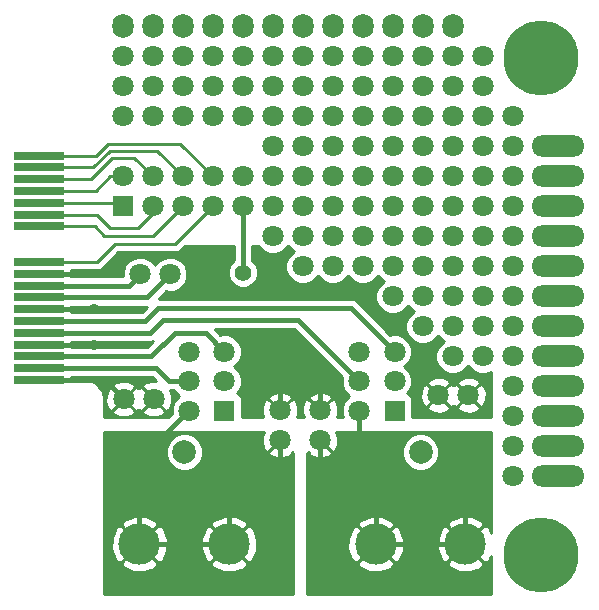
<source format=gtl>
%FSLAX46Y46*%
G04 Gerber Fmt 4.6, Leading zero omitted, Abs format (unit mm)*
G04 Created by KiCad (PCBNEW (2014-08-05 BZR 5054)-product) date Sun 07 Dec 2014 10:22:46 PM PST*
%MOMM*%
G01*
G04 APERTURE LIST*
%ADD10C,0.100000*%
%ADD11C,6.350000*%
%ADD12C,3.500000*%
%ADD13C,2.000000*%
%ADD14C,1.800000*%
%ADD15R,1.800000X1.800000*%
%ADD16R,4.200000X0.700000*%
%ADD17O,4.500000X1.800000*%
%ADD18O,1.800000X2.100000*%
%ADD19C,1.397000*%
%ADD20C,0.889000*%
%ADD21C,0.400000*%
%ADD22C,0.250000*%
%ADD23C,0.254000*%
G04 APERTURE END LIST*
D10*
D11*
X46050000Y-3900000D03*
X46050000Y-46000000D03*
D12*
X32050000Y-45100000D03*
X39650000Y-45100000D03*
D13*
X35850000Y-37300000D03*
D12*
X12050000Y-45100000D03*
X19650000Y-45100000D03*
D13*
X15850000Y-37300000D03*
D14*
X27350000Y-36300000D03*
X27350000Y-33760000D03*
X23950000Y-36300000D03*
X23950000Y-33760000D03*
X30650000Y-33800000D03*
X30650000Y-31300000D03*
D15*
X33650000Y-33800000D03*
D14*
X30650000Y-28800000D03*
X33650000Y-28800000D03*
X33650000Y-31300000D03*
X16250000Y-33800000D03*
X16250000Y-31300000D03*
D15*
X19250000Y-33800000D03*
D14*
X16250000Y-28800000D03*
X19250000Y-28800000D03*
X19250000Y-31300000D03*
D16*
X3550000Y-31200000D03*
X3550000Y-30200000D03*
X3550000Y-29200000D03*
X3550000Y-28200000D03*
X3550000Y-27200000D03*
X3550000Y-26200000D03*
X3550000Y-25200000D03*
X3550000Y-24200000D03*
X3550000Y-23200000D03*
X3550000Y-22200000D03*
X3550000Y-21200000D03*
X3550000Y-18200000D03*
X3550000Y-17200000D03*
X3550000Y-16200000D03*
X3550000Y-15200000D03*
X3550000Y-14200000D03*
X3550000Y-13200000D03*
X3550000Y-12200000D03*
D15*
X10650000Y-16500000D03*
D14*
X13190000Y-16500000D03*
X15730000Y-16500000D03*
X18270000Y-16500000D03*
X20810000Y-16500000D03*
X23350000Y-16500000D03*
X10650000Y-13960000D03*
X13190000Y-13960000D03*
X15730000Y-13960000D03*
X18270000Y-13960000D03*
X20810000Y-13960000D03*
X23350000Y-13960000D03*
X12100000Y-22250000D03*
X14640000Y-22250000D03*
X39900000Y-32500000D03*
X37360000Y-32500000D03*
X13250000Y-32800000D03*
X10710000Y-32800000D03*
X10650000Y-8880000D03*
X10650000Y-6340000D03*
X10650000Y-3800000D03*
X13190000Y-8880000D03*
X13190000Y-6340000D03*
X13190000Y-3800000D03*
X15730000Y-8880000D03*
X15730000Y-6340000D03*
X15730000Y-3800000D03*
X18270000Y-3800000D03*
X18270000Y-6340000D03*
X18270000Y-8880000D03*
X20810000Y-8880000D03*
X23350000Y-8880000D03*
X25890000Y-8880000D03*
X28430000Y-8880000D03*
X30970000Y-8880000D03*
X33510000Y-8880000D03*
X36050000Y-8880000D03*
X38590000Y-8880000D03*
X41130000Y-8880000D03*
X41130000Y-6340000D03*
X41130000Y-3800000D03*
X38590000Y-3800000D03*
X36050000Y-3800000D03*
X33510000Y-3800000D03*
X30970000Y-3800000D03*
X28430000Y-3800000D03*
X25890000Y-3800000D03*
X23350000Y-3800000D03*
X20810000Y-3800000D03*
X25890000Y-11420000D03*
X23350000Y-11420000D03*
X20810000Y-6340000D03*
X23350000Y-6340000D03*
X25890000Y-6340000D03*
X28430000Y-6340000D03*
X30970000Y-6340000D03*
X33510000Y-6340000D03*
X36050000Y-6340000D03*
X38590000Y-6340000D03*
X28430000Y-11420000D03*
X30970000Y-11420000D03*
X33510000Y-11420000D03*
X36050000Y-11420000D03*
X38590000Y-11420000D03*
X41130000Y-11420000D03*
X41130000Y-13960000D03*
X38590000Y-13960000D03*
X36050000Y-13960000D03*
X33510000Y-13960000D03*
X30970000Y-13960000D03*
X28430000Y-13960000D03*
X25890000Y-13960000D03*
X25890000Y-16500000D03*
X28430000Y-16500000D03*
X30970000Y-16500000D03*
X33510000Y-16500000D03*
X36050000Y-16500000D03*
X38590000Y-16500000D03*
X41130000Y-16500000D03*
X41130000Y-19040000D03*
X38590000Y-19040000D03*
X36050000Y-19040000D03*
X33510000Y-19040000D03*
X30970000Y-19040000D03*
X28430000Y-19040000D03*
X25890000Y-19040000D03*
X23350000Y-19040000D03*
X43670000Y-8880000D03*
X43670000Y-11420000D03*
X43670000Y-13960000D03*
X43670000Y-16500000D03*
X43670000Y-19040000D03*
X25890000Y-21580000D03*
X28430000Y-21580000D03*
X30970000Y-21580000D03*
X33510000Y-21580000D03*
X36050000Y-21580000D03*
X38590000Y-21580000D03*
X41130000Y-21580000D03*
X43670000Y-21580000D03*
X33510000Y-24120000D03*
X36050000Y-24120000D03*
X38590000Y-24120000D03*
X41130000Y-24120000D03*
X43670000Y-24120000D03*
X36050000Y-26660000D03*
X38590000Y-26660000D03*
X41130000Y-26660000D03*
X43670000Y-26660000D03*
X38590000Y-29200000D03*
X41130000Y-29200000D03*
X43670000Y-29200000D03*
X43670000Y-31740000D03*
X43670000Y-34280000D03*
X43670000Y-36820000D03*
X43670000Y-39360000D03*
D17*
X47480000Y-39360000D03*
X47480000Y-36820000D03*
X47480000Y-34280000D03*
X47480000Y-31740000D03*
X47480000Y-29200000D03*
X47480000Y-26660000D03*
X47480000Y-24120000D03*
X47480000Y-21580000D03*
X47480000Y-19040000D03*
X47480000Y-16500000D03*
X47480000Y-13960000D03*
X47480000Y-11420000D03*
D18*
X10650000Y-1260000D03*
X13190000Y-1260000D03*
X15730000Y-1260000D03*
X18270000Y-1260000D03*
X20810000Y-1260000D03*
X23350000Y-1260000D03*
X25890000Y-1260000D03*
X28430000Y-1260000D03*
X30970000Y-1260000D03*
X33510000Y-1260000D03*
X36050000Y-1260000D03*
X38590000Y-1260000D03*
D19*
X20800000Y-22100000D03*
D20*
X9950000Y-21800000D03*
X8200000Y-28200000D03*
X8200000Y-25200000D03*
D21*
X20810000Y-16500000D02*
X20810000Y-22090000D01*
X20810000Y-22090000D02*
X20800000Y-22100000D01*
X3550000Y-30200000D02*
X13450000Y-30200000D01*
X14550000Y-31300000D02*
X16250000Y-31300000D01*
X13450000Y-30200000D02*
X14550000Y-31300000D01*
X16250000Y-31300000D02*
X15950000Y-31300000D01*
X15050000Y-27200000D02*
X17650000Y-27200000D01*
X13050000Y-29200000D02*
X15050000Y-27200000D01*
X3550000Y-29200000D02*
X13050000Y-29200000D01*
X17650000Y-27200000D02*
X19250000Y-28800000D01*
X30650000Y-31300000D02*
X25450000Y-26100000D01*
X12950000Y-27200000D02*
X14050000Y-26100000D01*
X14050000Y-26100000D02*
X19950000Y-26100000D01*
X12950000Y-27200000D02*
X3550000Y-27200000D01*
X25450000Y-26100000D02*
X19950000Y-26100000D01*
X33650000Y-28800000D02*
X29950000Y-25100000D01*
X12550000Y-26200000D02*
X13650000Y-25100000D01*
X13650000Y-25100000D02*
X19950000Y-25100000D01*
X12550000Y-26200000D02*
X3550000Y-26200000D01*
X29950000Y-25100000D02*
X19950000Y-25100000D01*
X3550000Y-24200000D02*
X12690000Y-24200000D01*
X12690000Y-24200000D02*
X14640000Y-22250000D01*
X3550000Y-23200000D02*
X11150000Y-23200000D01*
X11150000Y-23200000D02*
X12100000Y-22250000D01*
D22*
X12650000Y-19700000D02*
X15070000Y-19700000D01*
X8450000Y-21200000D02*
X9950000Y-19700000D01*
X9950000Y-19700000D02*
X12650000Y-19700000D01*
X3550000Y-21200000D02*
X8450000Y-21200000D01*
X15070000Y-19700000D02*
X18270000Y-16500000D01*
X12650000Y-19000000D02*
X13230000Y-19000000D01*
X8250000Y-18200000D02*
X9050000Y-19000000D01*
X9050000Y-19000000D02*
X12650000Y-19000000D01*
X3550000Y-18200000D02*
X8250000Y-18200000D01*
X13230000Y-19000000D02*
X15730000Y-16500000D01*
X11450000Y-18300000D02*
X11950000Y-18300000D01*
X8450000Y-17200000D02*
X9550000Y-18300000D01*
X9550000Y-18300000D02*
X11450000Y-18300000D01*
X3550000Y-17200000D02*
X8450000Y-17200000D01*
X11950000Y-18300000D02*
X13190000Y-17060000D01*
X13190000Y-17060000D02*
X13190000Y-16500000D01*
X3550000Y-16200000D02*
X10350000Y-16200000D01*
X10350000Y-16200000D02*
X10650000Y-16500000D01*
X3550000Y-15200000D02*
X8350000Y-15200000D01*
X9590000Y-13960000D02*
X10650000Y-13960000D01*
X8350000Y-15200000D02*
X9590000Y-13960000D01*
X3550000Y-14200000D02*
X7950000Y-14200000D01*
X11630000Y-12400000D02*
X13190000Y-13960000D01*
X9750000Y-12400000D02*
X11630000Y-12400000D01*
X7950000Y-14200000D02*
X9750000Y-12400000D01*
X13250000Y-11800000D02*
X13570000Y-11800000D01*
X8150000Y-13200000D02*
X9550000Y-11800000D01*
X9550000Y-11800000D02*
X13250000Y-11800000D01*
X3550000Y-13200000D02*
X8150000Y-13200000D01*
X13570000Y-11800000D02*
X15730000Y-13960000D01*
X13250000Y-11200000D02*
X15510000Y-11200000D01*
X8350000Y-12200000D02*
X9350000Y-11200000D01*
X9350000Y-11200000D02*
X13250000Y-11200000D01*
X3550000Y-12200000D02*
X8350000Y-12200000D01*
X15510000Y-11200000D02*
X18270000Y-13960000D01*
D21*
X3550000Y-22200000D02*
X9550000Y-22200000D01*
X9550000Y-22200000D02*
X9950000Y-21800000D01*
X3550000Y-31200000D02*
X9110000Y-31200000D01*
X9110000Y-31200000D02*
X10710000Y-32800000D01*
X3550000Y-28200000D02*
X8200000Y-28200000D01*
X3550000Y-25200000D02*
X8200000Y-25200000D01*
X23950000Y-33760000D02*
X23950000Y-31600000D01*
X27350000Y-33760000D02*
X27350000Y-31700000D01*
X19650000Y-45100000D02*
X12050000Y-45100000D01*
X12050000Y-45100000D02*
X12050000Y-41500000D01*
X19650000Y-45100000D02*
X19650000Y-41500000D01*
X23950000Y-36300000D02*
X23950000Y-38400000D01*
X16250000Y-33800000D02*
X16150000Y-33800000D01*
X16150000Y-33800000D02*
X13250000Y-36700000D01*
X39650000Y-45100000D02*
X32050000Y-45100000D01*
X39650000Y-45100000D02*
X39650000Y-41900000D01*
X32050000Y-45100000D02*
X32050000Y-41700000D01*
X27350000Y-36300000D02*
X27350000Y-38300000D01*
X30650000Y-33800000D02*
X30650000Y-36500000D01*
D23*
G36*
X25023000Y-49313000D02*
X24937943Y-49313000D01*
X22043259Y-49313000D01*
X22043259Y-44717908D01*
X21714864Y-43831132D01*
X21612470Y-43677890D01*
X21255002Y-43499240D01*
X21250760Y-43503482D01*
X21250760Y-43494998D01*
X21072110Y-43137530D01*
X20212853Y-42742696D01*
X19267908Y-42706741D01*
X18381132Y-43035136D01*
X18227890Y-43137530D01*
X18049240Y-43494998D01*
X19650000Y-45095757D01*
X21250760Y-43494998D01*
X21250760Y-43503482D01*
X19654243Y-45100000D01*
X21255002Y-46700760D01*
X21612470Y-46522110D01*
X22007304Y-45662853D01*
X22043259Y-44717908D01*
X22043259Y-49313000D01*
X21250760Y-49313000D01*
X21250760Y-46705002D01*
X19650000Y-45104243D01*
X19645757Y-45108485D01*
X19645757Y-45100000D01*
X18044998Y-43499240D01*
X17687530Y-43677890D01*
X17427273Y-44244273D01*
X17427273Y-36987692D01*
X17187695Y-36407868D01*
X16744465Y-35963864D01*
X16165061Y-35723275D01*
X15537692Y-35722727D01*
X14957868Y-35962305D01*
X14513864Y-36405535D01*
X14273275Y-36984939D01*
X14272727Y-37612308D01*
X14512305Y-38192132D01*
X14955535Y-38636136D01*
X15534939Y-38876725D01*
X16162308Y-38877273D01*
X16742132Y-38637695D01*
X17186136Y-38194465D01*
X17426725Y-37615061D01*
X17427273Y-36987692D01*
X17427273Y-44244273D01*
X17292696Y-44537147D01*
X17256741Y-45482092D01*
X17585136Y-46368868D01*
X17687530Y-46522110D01*
X18044998Y-46700760D01*
X19645757Y-45100000D01*
X19645757Y-45108485D01*
X18049240Y-46705002D01*
X18227890Y-47062470D01*
X19087147Y-47457304D01*
X20032092Y-47493259D01*
X20918868Y-47164864D01*
X21072110Y-47062470D01*
X21250760Y-46705002D01*
X21250760Y-49313000D01*
X14443259Y-49313000D01*
X14443259Y-44717908D01*
X14114864Y-43831132D01*
X14012470Y-43677890D01*
X13655002Y-43499240D01*
X13650760Y-43503482D01*
X13650760Y-43494998D01*
X13472110Y-43137530D01*
X12612853Y-42742696D01*
X11667908Y-42706741D01*
X10781132Y-43035136D01*
X10627890Y-43137530D01*
X10449240Y-43494998D01*
X12050000Y-45095757D01*
X13650760Y-43494998D01*
X13650760Y-43503482D01*
X12054243Y-45100000D01*
X13655002Y-46700760D01*
X14012470Y-46522110D01*
X14407304Y-45662853D01*
X14443259Y-44717908D01*
X14443259Y-49313000D01*
X13650760Y-49313000D01*
X13650760Y-46705002D01*
X12050000Y-45104243D01*
X12045757Y-45108485D01*
X12045757Y-45100000D01*
X10444998Y-43499240D01*
X10087530Y-43677890D01*
X9692696Y-44537147D01*
X9656741Y-45482092D01*
X9985136Y-46368868D01*
X10087530Y-46522110D01*
X10444998Y-46700760D01*
X12045757Y-45100000D01*
X12045757Y-45108485D01*
X10449240Y-46705002D01*
X10627890Y-47062470D01*
X11487147Y-47457304D01*
X12432092Y-47493259D01*
X13318868Y-47164864D01*
X13472110Y-47062470D01*
X13650760Y-46705002D01*
X13650760Y-49313000D01*
X9037000Y-49313000D01*
X9037000Y-35627000D01*
X22578721Y-35627000D01*
X22435404Y-35939463D01*
X22412724Y-36546519D01*
X22624081Y-37116044D01*
X22688667Y-37212704D01*
X22957814Y-37287943D01*
X23945757Y-36300000D01*
X23931615Y-36285858D01*
X23935858Y-36281615D01*
X23950000Y-36295757D01*
X23964142Y-36281615D01*
X23968385Y-36285858D01*
X23954243Y-36300000D01*
X23968385Y-36314142D01*
X23964142Y-36318385D01*
X23950000Y-36304243D01*
X22962057Y-37292186D01*
X23037296Y-37561333D01*
X23589463Y-37814596D01*
X24196519Y-37837276D01*
X24766044Y-37625919D01*
X24862704Y-37561333D01*
X24937942Y-37292187D01*
X24937943Y-37292188D01*
X25023000Y-37377245D01*
X25023000Y-49313000D01*
X25023000Y-49313000D01*
G37*
X25023000Y-49313000D02*
X24937943Y-49313000D01*
X22043259Y-49313000D01*
X22043259Y-44717908D01*
X21714864Y-43831132D01*
X21612470Y-43677890D01*
X21255002Y-43499240D01*
X21250760Y-43503482D01*
X21250760Y-43494998D01*
X21072110Y-43137530D01*
X20212853Y-42742696D01*
X19267908Y-42706741D01*
X18381132Y-43035136D01*
X18227890Y-43137530D01*
X18049240Y-43494998D01*
X19650000Y-45095757D01*
X21250760Y-43494998D01*
X21250760Y-43503482D01*
X19654243Y-45100000D01*
X21255002Y-46700760D01*
X21612470Y-46522110D01*
X22007304Y-45662853D01*
X22043259Y-44717908D01*
X22043259Y-49313000D01*
X21250760Y-49313000D01*
X21250760Y-46705002D01*
X19650000Y-45104243D01*
X19645757Y-45108485D01*
X19645757Y-45100000D01*
X18044998Y-43499240D01*
X17687530Y-43677890D01*
X17427273Y-44244273D01*
X17427273Y-36987692D01*
X17187695Y-36407868D01*
X16744465Y-35963864D01*
X16165061Y-35723275D01*
X15537692Y-35722727D01*
X14957868Y-35962305D01*
X14513864Y-36405535D01*
X14273275Y-36984939D01*
X14272727Y-37612308D01*
X14512305Y-38192132D01*
X14955535Y-38636136D01*
X15534939Y-38876725D01*
X16162308Y-38877273D01*
X16742132Y-38637695D01*
X17186136Y-38194465D01*
X17426725Y-37615061D01*
X17427273Y-36987692D01*
X17427273Y-44244273D01*
X17292696Y-44537147D01*
X17256741Y-45482092D01*
X17585136Y-46368868D01*
X17687530Y-46522110D01*
X18044998Y-46700760D01*
X19645757Y-45100000D01*
X19645757Y-45108485D01*
X18049240Y-46705002D01*
X18227890Y-47062470D01*
X19087147Y-47457304D01*
X20032092Y-47493259D01*
X20918868Y-47164864D01*
X21072110Y-47062470D01*
X21250760Y-46705002D01*
X21250760Y-49313000D01*
X14443259Y-49313000D01*
X14443259Y-44717908D01*
X14114864Y-43831132D01*
X14012470Y-43677890D01*
X13655002Y-43499240D01*
X13650760Y-43503482D01*
X13650760Y-43494998D01*
X13472110Y-43137530D01*
X12612853Y-42742696D01*
X11667908Y-42706741D01*
X10781132Y-43035136D01*
X10627890Y-43137530D01*
X10449240Y-43494998D01*
X12050000Y-45095757D01*
X13650760Y-43494998D01*
X13650760Y-43503482D01*
X12054243Y-45100000D01*
X13655002Y-46700760D01*
X14012470Y-46522110D01*
X14407304Y-45662853D01*
X14443259Y-44717908D01*
X14443259Y-49313000D01*
X13650760Y-49313000D01*
X13650760Y-46705002D01*
X12050000Y-45104243D01*
X12045757Y-45108485D01*
X12045757Y-45100000D01*
X10444998Y-43499240D01*
X10087530Y-43677890D01*
X9692696Y-44537147D01*
X9656741Y-45482092D01*
X9985136Y-46368868D01*
X10087530Y-46522110D01*
X10444998Y-46700760D01*
X12045757Y-45100000D01*
X12045757Y-45108485D01*
X10449240Y-46705002D01*
X10627890Y-47062470D01*
X11487147Y-47457304D01*
X12432092Y-47493259D01*
X13318868Y-47164864D01*
X13472110Y-47062470D01*
X13650760Y-46705002D01*
X13650760Y-49313000D01*
X9037000Y-49313000D01*
X9037000Y-35627000D01*
X22578721Y-35627000D01*
X22435404Y-35939463D01*
X22412724Y-36546519D01*
X22624081Y-37116044D01*
X22688667Y-37212704D01*
X22957814Y-37287943D01*
X23945757Y-36300000D01*
X23931615Y-36285858D01*
X23935858Y-36281615D01*
X23950000Y-36295757D01*
X23964142Y-36281615D01*
X23968385Y-36285858D01*
X23954243Y-36300000D01*
X23968385Y-36314142D01*
X23964142Y-36318385D01*
X23950000Y-36304243D01*
X22962057Y-37292186D01*
X23037296Y-37561333D01*
X23589463Y-37814596D01*
X24196519Y-37837276D01*
X24766044Y-37625919D01*
X24862704Y-37561333D01*
X24937942Y-37292187D01*
X24937943Y-37292188D01*
X25023000Y-37377245D01*
X25023000Y-49313000D01*
G36*
X12674156Y-24977000D02*
X12228156Y-25423000D01*
X6277000Y-25423000D01*
X6277000Y-25359750D01*
X6120250Y-25203000D01*
X5627000Y-25203000D01*
X5627000Y-25197000D01*
X6120250Y-25197000D01*
X6277000Y-25040250D01*
X6277000Y-24977000D01*
X12674156Y-24977000D01*
X12674156Y-24977000D01*
G37*
X12674156Y-24977000D02*
X12228156Y-25423000D01*
X6277000Y-25423000D01*
X6277000Y-25359750D01*
X6120250Y-25203000D01*
X5627000Y-25203000D01*
X5627000Y-25197000D01*
X6120250Y-25197000D01*
X6277000Y-25040250D01*
X6277000Y-24977000D01*
X12674156Y-24977000D01*
G36*
X13229815Y-27921340D02*
X12728156Y-28423000D01*
X6277000Y-28423000D01*
X6277000Y-28359750D01*
X6120250Y-28203000D01*
X5627000Y-28203000D01*
X5627000Y-28197000D01*
X6120250Y-28197000D01*
X6277000Y-28040250D01*
X6277000Y-27977000D01*
X12950000Y-27977000D01*
X13229815Y-27921340D01*
X13229815Y-27921340D01*
G37*
X13229815Y-27921340D02*
X12728156Y-28423000D01*
X6277000Y-28423000D01*
X6277000Y-28359750D01*
X6120250Y-28203000D01*
X5627000Y-28203000D01*
X5627000Y-28197000D01*
X6120250Y-28197000D01*
X6277000Y-28040250D01*
X6277000Y-27977000D01*
X12950000Y-27977000D01*
X13229815Y-27921340D01*
G36*
X15411205Y-32550358D02*
X14998591Y-32962254D01*
X14773257Y-33504918D01*
X14772756Y-34078399D01*
X14478156Y-34373000D01*
X14237943Y-34373000D01*
X14237943Y-33792186D01*
X13250000Y-32804243D01*
X13245757Y-32808486D01*
X13245757Y-32800000D01*
X12257814Y-31812057D01*
X11988667Y-31887296D01*
X11981611Y-31902678D01*
X11971333Y-31887296D01*
X11702186Y-31812057D01*
X11697943Y-31816300D01*
X11697943Y-31807814D01*
X11622704Y-31538667D01*
X11070537Y-31285404D01*
X10463481Y-31262724D01*
X9893956Y-31474081D01*
X9797296Y-31538667D01*
X9722057Y-31807814D01*
X10710000Y-32795757D01*
X11697943Y-31807814D01*
X11697943Y-31816300D01*
X10714243Y-32800000D01*
X11702186Y-33787943D01*
X11971333Y-33712704D01*
X11978388Y-33697321D01*
X11988667Y-33712704D01*
X12257814Y-33787943D01*
X13245757Y-32800000D01*
X13245757Y-32808486D01*
X12262057Y-33792186D01*
X12337296Y-34061333D01*
X12889463Y-34314596D01*
X13496519Y-34337276D01*
X14066044Y-34125919D01*
X14162704Y-34061333D01*
X14237943Y-33792186D01*
X14237943Y-34373000D01*
X11697943Y-34373000D01*
X11697943Y-33792186D01*
X10710000Y-32804243D01*
X10705757Y-32808486D01*
X10705757Y-32800000D01*
X9717814Y-31812057D01*
X9448667Y-31887296D01*
X9195404Y-32439463D01*
X9172724Y-33046519D01*
X9384081Y-33616044D01*
X9448667Y-33712704D01*
X9717814Y-33787943D01*
X10705757Y-32800000D01*
X10705757Y-32808486D01*
X9722057Y-33792186D01*
X9797296Y-34061333D01*
X10349463Y-34314596D01*
X10956519Y-34337276D01*
X11526044Y-34125919D01*
X11622704Y-34061333D01*
X11697943Y-33792186D01*
X11697943Y-34373000D01*
X9037000Y-34373000D01*
X9037000Y-33700000D01*
X9037000Y-32700000D01*
X9025720Y-32643296D01*
X9025721Y-32635482D01*
X8953407Y-32271934D01*
X8953406Y-32271932D01*
X8865759Y-32060332D01*
X8865758Y-32060331D01*
X8865758Y-32060330D01*
X8659823Y-31752128D01*
X8578847Y-31671152D01*
X8497872Y-31590177D01*
X8189670Y-31384242D01*
X8189668Y-31384241D01*
X7978068Y-31296594D01*
X7978066Y-31296593D01*
X7614517Y-31224279D01*
X7556702Y-31224279D01*
X7500000Y-31213000D01*
X6130250Y-31213000D01*
X6120250Y-31203000D01*
X5627000Y-31203000D01*
X5627000Y-31197000D01*
X6120250Y-31197000D01*
X6277000Y-31040250D01*
X6277000Y-30977000D01*
X13128156Y-30977000D01*
X13429807Y-31278651D01*
X13003481Y-31262724D01*
X12433956Y-31474081D01*
X12337296Y-31538667D01*
X12262057Y-31807814D01*
X13250000Y-32795757D01*
X13264141Y-32781614D01*
X13268384Y-32785857D01*
X13254243Y-32800000D01*
X14242186Y-33787943D01*
X14511333Y-33712704D01*
X14764596Y-33160537D01*
X14787276Y-32553481D01*
X14610448Y-32077000D01*
X14972933Y-32077000D01*
X14997130Y-32135560D01*
X15411205Y-32550358D01*
X15411205Y-32550358D01*
G37*
X15411205Y-32550358D02*
X14998591Y-32962254D01*
X14773257Y-33504918D01*
X14772756Y-34078399D01*
X14478156Y-34373000D01*
X14237943Y-34373000D01*
X14237943Y-33792186D01*
X13250000Y-32804243D01*
X13245757Y-32808486D01*
X13245757Y-32800000D01*
X12257814Y-31812057D01*
X11988667Y-31887296D01*
X11981611Y-31902678D01*
X11971333Y-31887296D01*
X11702186Y-31812057D01*
X11697943Y-31816300D01*
X11697943Y-31807814D01*
X11622704Y-31538667D01*
X11070537Y-31285404D01*
X10463481Y-31262724D01*
X9893956Y-31474081D01*
X9797296Y-31538667D01*
X9722057Y-31807814D01*
X10710000Y-32795757D01*
X11697943Y-31807814D01*
X11697943Y-31816300D01*
X10714243Y-32800000D01*
X11702186Y-33787943D01*
X11971333Y-33712704D01*
X11978388Y-33697321D01*
X11988667Y-33712704D01*
X12257814Y-33787943D01*
X13245757Y-32800000D01*
X13245757Y-32808486D01*
X12262057Y-33792186D01*
X12337296Y-34061333D01*
X12889463Y-34314596D01*
X13496519Y-34337276D01*
X14066044Y-34125919D01*
X14162704Y-34061333D01*
X14237943Y-33792186D01*
X14237943Y-34373000D01*
X11697943Y-34373000D01*
X11697943Y-33792186D01*
X10710000Y-32804243D01*
X10705757Y-32808486D01*
X10705757Y-32800000D01*
X9717814Y-31812057D01*
X9448667Y-31887296D01*
X9195404Y-32439463D01*
X9172724Y-33046519D01*
X9384081Y-33616044D01*
X9448667Y-33712704D01*
X9717814Y-33787943D01*
X10705757Y-32800000D01*
X10705757Y-32808486D01*
X9722057Y-33792186D01*
X9797296Y-34061333D01*
X10349463Y-34314596D01*
X10956519Y-34337276D01*
X11526044Y-34125919D01*
X11622704Y-34061333D01*
X11697943Y-33792186D01*
X11697943Y-34373000D01*
X9037000Y-34373000D01*
X9037000Y-33700000D01*
X9037000Y-32700000D01*
X9025720Y-32643296D01*
X9025721Y-32635482D01*
X8953407Y-32271934D01*
X8953406Y-32271932D01*
X8865759Y-32060332D01*
X8865758Y-32060331D01*
X8865758Y-32060330D01*
X8659823Y-31752128D01*
X8578847Y-31671152D01*
X8497872Y-31590177D01*
X8189670Y-31384242D01*
X8189668Y-31384241D01*
X7978068Y-31296594D01*
X7978066Y-31296593D01*
X7614517Y-31224279D01*
X7556702Y-31224279D01*
X7500000Y-31213000D01*
X6130250Y-31213000D01*
X6120250Y-31203000D01*
X5627000Y-31203000D01*
X5627000Y-31197000D01*
X6120250Y-31197000D01*
X6277000Y-31040250D01*
X6277000Y-30977000D01*
X13128156Y-30977000D01*
X13429807Y-31278651D01*
X13003481Y-31262724D01*
X12433956Y-31474081D01*
X12337296Y-31538667D01*
X12262057Y-31807814D01*
X13250000Y-32795757D01*
X13264141Y-32781614D01*
X13268384Y-32785857D01*
X13254243Y-32800000D01*
X14242186Y-33787943D01*
X14511333Y-33712704D01*
X14764596Y-33160537D01*
X14787276Y-32553481D01*
X14610448Y-32077000D01*
X14972933Y-32077000D01*
X14997130Y-32135560D01*
X15411205Y-32550358D01*
G36*
X29811205Y-32550358D02*
X29398591Y-32962254D01*
X29173257Y-33504918D01*
X29172744Y-34092505D01*
X29288642Y-34373000D01*
X28748798Y-34373000D01*
X28864596Y-34120537D01*
X28887276Y-33513481D01*
X28675919Y-32943956D01*
X28611333Y-32847296D01*
X28342186Y-32772057D01*
X28337943Y-32776300D01*
X28337943Y-32767814D01*
X28262704Y-32498667D01*
X27710537Y-32245404D01*
X27103481Y-32222724D01*
X26533956Y-32434081D01*
X26437296Y-32498667D01*
X26362057Y-32767814D01*
X27350000Y-33755757D01*
X28337943Y-32767814D01*
X28337943Y-32776300D01*
X27354243Y-33760000D01*
X27368385Y-33774142D01*
X27364142Y-33778385D01*
X27350000Y-33764243D01*
X27335857Y-33778384D01*
X27331615Y-33774142D01*
X27345757Y-33760000D01*
X26357814Y-32772057D01*
X26088667Y-32847296D01*
X25835404Y-33399463D01*
X25812724Y-34006519D01*
X25948729Y-34373000D01*
X25348798Y-34373000D01*
X25464596Y-34120537D01*
X25487276Y-33513481D01*
X25275919Y-32943956D01*
X25211333Y-32847296D01*
X24942186Y-32772057D01*
X24937943Y-32776300D01*
X24937943Y-32767814D01*
X24862704Y-32498667D01*
X24310537Y-32245404D01*
X23703481Y-32222724D01*
X23133956Y-32434081D01*
X23037296Y-32498667D01*
X22962057Y-32767814D01*
X23950000Y-33755757D01*
X24937943Y-32767814D01*
X24937943Y-32776300D01*
X23954243Y-33760000D01*
X23968385Y-33774142D01*
X23964142Y-33778385D01*
X23950000Y-33764243D01*
X23935857Y-33778384D01*
X23931615Y-33774142D01*
X23945757Y-33760000D01*
X22957814Y-32772057D01*
X22688667Y-32847296D01*
X22435404Y-33399463D01*
X22412724Y-34006519D01*
X22548729Y-34373000D01*
X20727000Y-34373000D01*
X20727000Y-32785228D01*
X20639157Y-32573156D01*
X20476845Y-32410843D01*
X20300858Y-32337947D01*
X20501409Y-32137746D01*
X20726743Y-31595082D01*
X20727256Y-31007495D01*
X20502870Y-30464440D01*
X20088794Y-30049641D01*
X20501409Y-29637746D01*
X20726743Y-29095082D01*
X20727256Y-28507495D01*
X20502870Y-27964440D01*
X20087746Y-27548591D01*
X19545082Y-27323257D01*
X18957495Y-27322744D01*
X18896705Y-27347861D01*
X18425844Y-26877000D01*
X19950000Y-26877000D01*
X25128156Y-26877000D01*
X29197555Y-30946399D01*
X29173257Y-31004918D01*
X29172744Y-31592505D01*
X29397130Y-32135560D01*
X29811205Y-32550358D01*
X29811205Y-32550358D01*
G37*
X29811205Y-32550358D02*
X29398591Y-32962254D01*
X29173257Y-33504918D01*
X29172744Y-34092505D01*
X29288642Y-34373000D01*
X28748798Y-34373000D01*
X28864596Y-34120537D01*
X28887276Y-33513481D01*
X28675919Y-32943956D01*
X28611333Y-32847296D01*
X28342186Y-32772057D01*
X28337943Y-32776300D01*
X28337943Y-32767814D01*
X28262704Y-32498667D01*
X27710537Y-32245404D01*
X27103481Y-32222724D01*
X26533956Y-32434081D01*
X26437296Y-32498667D01*
X26362057Y-32767814D01*
X27350000Y-33755757D01*
X28337943Y-32767814D01*
X28337943Y-32776300D01*
X27354243Y-33760000D01*
X27368385Y-33774142D01*
X27364142Y-33778385D01*
X27350000Y-33764243D01*
X27335857Y-33778384D01*
X27331615Y-33774142D01*
X27345757Y-33760000D01*
X26357814Y-32772057D01*
X26088667Y-32847296D01*
X25835404Y-33399463D01*
X25812724Y-34006519D01*
X25948729Y-34373000D01*
X25348798Y-34373000D01*
X25464596Y-34120537D01*
X25487276Y-33513481D01*
X25275919Y-32943956D01*
X25211333Y-32847296D01*
X24942186Y-32772057D01*
X24937943Y-32776300D01*
X24937943Y-32767814D01*
X24862704Y-32498667D01*
X24310537Y-32245404D01*
X23703481Y-32222724D01*
X23133956Y-32434081D01*
X23037296Y-32498667D01*
X22962057Y-32767814D01*
X23950000Y-33755757D01*
X24937943Y-32767814D01*
X24937943Y-32776300D01*
X23954243Y-33760000D01*
X23968385Y-33774142D01*
X23964142Y-33778385D01*
X23950000Y-33764243D01*
X23935857Y-33778384D01*
X23931615Y-33774142D01*
X23945757Y-33760000D01*
X22957814Y-32772057D01*
X22688667Y-32847296D01*
X22435404Y-33399463D01*
X22412724Y-34006519D01*
X22548729Y-34373000D01*
X20727000Y-34373000D01*
X20727000Y-32785228D01*
X20639157Y-32573156D01*
X20476845Y-32410843D01*
X20300858Y-32337947D01*
X20501409Y-32137746D01*
X20726743Y-31595082D01*
X20727256Y-31007495D01*
X20502870Y-30464440D01*
X20088794Y-30049641D01*
X20501409Y-29637746D01*
X20726743Y-29095082D01*
X20727256Y-28507495D01*
X20502870Y-27964440D01*
X20087746Y-27548591D01*
X19545082Y-27323257D01*
X18957495Y-27322744D01*
X18896705Y-27347861D01*
X18425844Y-26877000D01*
X19950000Y-26877000D01*
X25128156Y-26877000D01*
X29197555Y-30946399D01*
X29173257Y-31004918D01*
X29172744Y-31592505D01*
X29397130Y-32135560D01*
X29811205Y-32550358D01*
G36*
X41823000Y-34373000D02*
X41437276Y-34373000D01*
X41437276Y-32253481D01*
X41225919Y-31683956D01*
X41161333Y-31587296D01*
X40892186Y-31512057D01*
X40887943Y-31516300D01*
X40887943Y-31507814D01*
X40812704Y-31238667D01*
X40260537Y-30985404D01*
X39653481Y-30962724D01*
X39083956Y-31174081D01*
X38987296Y-31238667D01*
X38912057Y-31507814D01*
X39900000Y-32495757D01*
X40887943Y-31507814D01*
X40887943Y-31516300D01*
X39904243Y-32500000D01*
X40892186Y-33487943D01*
X41161333Y-33412704D01*
X41414596Y-32860537D01*
X41437276Y-32253481D01*
X41437276Y-34373000D01*
X40887943Y-34373000D01*
X40887943Y-33492186D01*
X39900000Y-32504243D01*
X39895757Y-32508486D01*
X39895757Y-32500000D01*
X38907814Y-31512057D01*
X38638667Y-31587296D01*
X38631611Y-31602678D01*
X38621333Y-31587296D01*
X38352186Y-31512057D01*
X38347943Y-31516300D01*
X38347943Y-31507814D01*
X38272704Y-31238667D01*
X37720537Y-30985404D01*
X37113481Y-30962724D01*
X36543956Y-31174081D01*
X36447296Y-31238667D01*
X36372057Y-31507814D01*
X37360000Y-32495757D01*
X38347943Y-31507814D01*
X38347943Y-31516300D01*
X37364243Y-32500000D01*
X38352186Y-33487943D01*
X38621333Y-33412704D01*
X38628388Y-33397321D01*
X38638667Y-33412704D01*
X38907814Y-33487943D01*
X39895757Y-32500000D01*
X39895757Y-32508486D01*
X38912057Y-33492186D01*
X38987296Y-33761333D01*
X39539463Y-34014596D01*
X40146519Y-34037276D01*
X40716044Y-33825919D01*
X40812704Y-33761333D01*
X40887943Y-33492186D01*
X40887943Y-34373000D01*
X38347943Y-34373000D01*
X38347943Y-33492186D01*
X37360000Y-32504243D01*
X37355757Y-32508486D01*
X37355757Y-32500000D01*
X36367814Y-31512057D01*
X36098667Y-31587296D01*
X35845404Y-32139463D01*
X35822724Y-32746519D01*
X36034081Y-33316044D01*
X36098667Y-33412704D01*
X36367814Y-33487943D01*
X37355757Y-32500000D01*
X37355757Y-32508486D01*
X36372057Y-33492186D01*
X36447296Y-33761333D01*
X36999463Y-34014596D01*
X37606519Y-34037276D01*
X38176044Y-33825919D01*
X38272704Y-33761333D01*
X38347943Y-33492186D01*
X38347943Y-34373000D01*
X35127000Y-34373000D01*
X35127000Y-32785228D01*
X35039157Y-32573156D01*
X34876845Y-32410843D01*
X34700858Y-32337947D01*
X34901409Y-32137746D01*
X35126743Y-31595082D01*
X35127256Y-31007495D01*
X34902870Y-30464440D01*
X34488794Y-30049641D01*
X34901409Y-29637746D01*
X35126743Y-29095082D01*
X35127256Y-28507495D01*
X34902870Y-27964440D01*
X34487746Y-27548591D01*
X33945082Y-27323257D01*
X33357495Y-27322744D01*
X33296705Y-27347861D01*
X30499422Y-24550578D01*
X30247345Y-24382146D01*
X29950000Y-24323000D01*
X19950000Y-24323000D01*
X13665844Y-24323000D01*
X14286399Y-23702444D01*
X14344918Y-23726743D01*
X14932505Y-23727256D01*
X15475560Y-23502870D01*
X15891409Y-23087746D01*
X16116743Y-22545082D01*
X16117256Y-21957495D01*
X15892870Y-21414440D01*
X15477746Y-20998591D01*
X14935082Y-20773257D01*
X14347495Y-20772744D01*
X13804440Y-20997130D01*
X13388591Y-21412254D01*
X13370233Y-21456463D01*
X13352870Y-21414440D01*
X12937746Y-20998591D01*
X12395082Y-20773257D01*
X11807495Y-20772744D01*
X11264440Y-20997130D01*
X10848591Y-21412254D01*
X10623257Y-21954918D01*
X10622848Y-22423000D01*
X6277000Y-22423000D01*
X6277000Y-22359750D01*
X6120250Y-22203000D01*
X5627000Y-22203000D01*
X5627000Y-22197000D01*
X6120250Y-22197000D01*
X6277000Y-22040250D01*
X6277000Y-21902000D01*
X8450000Y-21902000D01*
X8718643Y-21848563D01*
X8718644Y-21848563D01*
X8946389Y-21696389D01*
X10240778Y-20402000D01*
X12650000Y-20402000D01*
X15070000Y-20402000D01*
X15338643Y-20348563D01*
X15338644Y-20348563D01*
X15566389Y-20196389D01*
X15935778Y-19827000D01*
X20033000Y-19827000D01*
X20033000Y-21063404D01*
X19719314Y-21376544D01*
X19524721Y-21845174D01*
X19524279Y-22352600D01*
X19718053Y-22821569D01*
X20076544Y-23180686D01*
X20545174Y-23375279D01*
X21052600Y-23375721D01*
X21521569Y-23181947D01*
X21880686Y-22823456D01*
X22075279Y-22354826D01*
X22075721Y-21847400D01*
X21881947Y-21378431D01*
X21587000Y-21082968D01*
X21587000Y-19827000D01*
X22077065Y-19827000D01*
X22097130Y-19875560D01*
X22512254Y-20291409D01*
X23054918Y-20516743D01*
X23642505Y-20517256D01*
X24185560Y-20292870D01*
X24601409Y-19877746D01*
X24619766Y-19833536D01*
X24637130Y-19875560D01*
X25052254Y-20291409D01*
X25096463Y-20309766D01*
X25054440Y-20327130D01*
X24638591Y-20742254D01*
X24413257Y-21284918D01*
X24412744Y-21872505D01*
X24637130Y-22415560D01*
X25052254Y-22831409D01*
X25594918Y-23056743D01*
X26182505Y-23057256D01*
X26725560Y-22832870D01*
X27141409Y-22417746D01*
X27159766Y-22373536D01*
X27177130Y-22415560D01*
X27592254Y-22831409D01*
X28134918Y-23056743D01*
X28722505Y-23057256D01*
X29265560Y-22832870D01*
X29681409Y-22417746D01*
X29699766Y-22373536D01*
X29717130Y-22415560D01*
X30132254Y-22831409D01*
X30674918Y-23056743D01*
X31262505Y-23057256D01*
X31805560Y-22832870D01*
X32221409Y-22417746D01*
X32239766Y-22373536D01*
X32257130Y-22415560D01*
X32672254Y-22831409D01*
X32716463Y-22849766D01*
X32674440Y-22867130D01*
X32258591Y-23282254D01*
X32033257Y-23824918D01*
X32032744Y-24412505D01*
X32257130Y-24955560D01*
X32672254Y-25371409D01*
X33214918Y-25596743D01*
X33802505Y-25597256D01*
X34345560Y-25372870D01*
X34761409Y-24957746D01*
X34779766Y-24913536D01*
X34797130Y-24955560D01*
X35212254Y-25371409D01*
X35256463Y-25389766D01*
X35214440Y-25407130D01*
X34798591Y-25822254D01*
X34573257Y-26364918D01*
X34572744Y-26952505D01*
X34797130Y-27495560D01*
X35212254Y-27911409D01*
X35754918Y-28136743D01*
X36342505Y-28137256D01*
X36885560Y-27912870D01*
X37301409Y-27497746D01*
X37319766Y-27453536D01*
X37337130Y-27495560D01*
X37752254Y-27911409D01*
X37796463Y-27929766D01*
X37754440Y-27947130D01*
X37338591Y-28362254D01*
X37113257Y-28904918D01*
X37112744Y-29492505D01*
X37337130Y-30035560D01*
X37752254Y-30451409D01*
X38294918Y-30676743D01*
X38882505Y-30677256D01*
X39425560Y-30452870D01*
X39841409Y-30037746D01*
X39859766Y-29993536D01*
X39877130Y-30035560D01*
X40292254Y-30451409D01*
X40834918Y-30676743D01*
X41422505Y-30677256D01*
X41823000Y-30511774D01*
X41823000Y-34373000D01*
X41823000Y-34373000D01*
G37*
X41823000Y-34373000D02*
X41437276Y-34373000D01*
X41437276Y-32253481D01*
X41225919Y-31683956D01*
X41161333Y-31587296D01*
X40892186Y-31512057D01*
X40887943Y-31516300D01*
X40887943Y-31507814D01*
X40812704Y-31238667D01*
X40260537Y-30985404D01*
X39653481Y-30962724D01*
X39083956Y-31174081D01*
X38987296Y-31238667D01*
X38912057Y-31507814D01*
X39900000Y-32495757D01*
X40887943Y-31507814D01*
X40887943Y-31516300D01*
X39904243Y-32500000D01*
X40892186Y-33487943D01*
X41161333Y-33412704D01*
X41414596Y-32860537D01*
X41437276Y-32253481D01*
X41437276Y-34373000D01*
X40887943Y-34373000D01*
X40887943Y-33492186D01*
X39900000Y-32504243D01*
X39895757Y-32508486D01*
X39895757Y-32500000D01*
X38907814Y-31512057D01*
X38638667Y-31587296D01*
X38631611Y-31602678D01*
X38621333Y-31587296D01*
X38352186Y-31512057D01*
X38347943Y-31516300D01*
X38347943Y-31507814D01*
X38272704Y-31238667D01*
X37720537Y-30985404D01*
X37113481Y-30962724D01*
X36543956Y-31174081D01*
X36447296Y-31238667D01*
X36372057Y-31507814D01*
X37360000Y-32495757D01*
X38347943Y-31507814D01*
X38347943Y-31516300D01*
X37364243Y-32500000D01*
X38352186Y-33487943D01*
X38621333Y-33412704D01*
X38628388Y-33397321D01*
X38638667Y-33412704D01*
X38907814Y-33487943D01*
X39895757Y-32500000D01*
X39895757Y-32508486D01*
X38912057Y-33492186D01*
X38987296Y-33761333D01*
X39539463Y-34014596D01*
X40146519Y-34037276D01*
X40716044Y-33825919D01*
X40812704Y-33761333D01*
X40887943Y-33492186D01*
X40887943Y-34373000D01*
X38347943Y-34373000D01*
X38347943Y-33492186D01*
X37360000Y-32504243D01*
X37355757Y-32508486D01*
X37355757Y-32500000D01*
X36367814Y-31512057D01*
X36098667Y-31587296D01*
X35845404Y-32139463D01*
X35822724Y-32746519D01*
X36034081Y-33316044D01*
X36098667Y-33412704D01*
X36367814Y-33487943D01*
X37355757Y-32500000D01*
X37355757Y-32508486D01*
X36372057Y-33492186D01*
X36447296Y-33761333D01*
X36999463Y-34014596D01*
X37606519Y-34037276D01*
X38176044Y-33825919D01*
X38272704Y-33761333D01*
X38347943Y-33492186D01*
X38347943Y-34373000D01*
X35127000Y-34373000D01*
X35127000Y-32785228D01*
X35039157Y-32573156D01*
X34876845Y-32410843D01*
X34700858Y-32337947D01*
X34901409Y-32137746D01*
X35126743Y-31595082D01*
X35127256Y-31007495D01*
X34902870Y-30464440D01*
X34488794Y-30049641D01*
X34901409Y-29637746D01*
X35126743Y-29095082D01*
X35127256Y-28507495D01*
X34902870Y-27964440D01*
X34487746Y-27548591D01*
X33945082Y-27323257D01*
X33357495Y-27322744D01*
X33296705Y-27347861D01*
X30499422Y-24550578D01*
X30247345Y-24382146D01*
X29950000Y-24323000D01*
X19950000Y-24323000D01*
X13665844Y-24323000D01*
X14286399Y-23702444D01*
X14344918Y-23726743D01*
X14932505Y-23727256D01*
X15475560Y-23502870D01*
X15891409Y-23087746D01*
X16116743Y-22545082D01*
X16117256Y-21957495D01*
X15892870Y-21414440D01*
X15477746Y-20998591D01*
X14935082Y-20773257D01*
X14347495Y-20772744D01*
X13804440Y-20997130D01*
X13388591Y-21412254D01*
X13370233Y-21456463D01*
X13352870Y-21414440D01*
X12937746Y-20998591D01*
X12395082Y-20773257D01*
X11807495Y-20772744D01*
X11264440Y-20997130D01*
X10848591Y-21412254D01*
X10623257Y-21954918D01*
X10622848Y-22423000D01*
X6277000Y-22423000D01*
X6277000Y-22359750D01*
X6120250Y-22203000D01*
X5627000Y-22203000D01*
X5627000Y-22197000D01*
X6120250Y-22197000D01*
X6277000Y-22040250D01*
X6277000Y-21902000D01*
X8450000Y-21902000D01*
X8718643Y-21848563D01*
X8718644Y-21848563D01*
X8946389Y-21696389D01*
X10240778Y-20402000D01*
X12650000Y-20402000D01*
X15070000Y-20402000D01*
X15338643Y-20348563D01*
X15338644Y-20348563D01*
X15566389Y-20196389D01*
X15935778Y-19827000D01*
X20033000Y-19827000D01*
X20033000Y-21063404D01*
X19719314Y-21376544D01*
X19524721Y-21845174D01*
X19524279Y-22352600D01*
X19718053Y-22821569D01*
X20076544Y-23180686D01*
X20545174Y-23375279D01*
X21052600Y-23375721D01*
X21521569Y-23181947D01*
X21880686Y-22823456D01*
X22075279Y-22354826D01*
X22075721Y-21847400D01*
X21881947Y-21378431D01*
X21587000Y-21082968D01*
X21587000Y-19827000D01*
X22077065Y-19827000D01*
X22097130Y-19875560D01*
X22512254Y-20291409D01*
X23054918Y-20516743D01*
X23642505Y-20517256D01*
X24185560Y-20292870D01*
X24601409Y-19877746D01*
X24619766Y-19833536D01*
X24637130Y-19875560D01*
X25052254Y-20291409D01*
X25096463Y-20309766D01*
X25054440Y-20327130D01*
X24638591Y-20742254D01*
X24413257Y-21284918D01*
X24412744Y-21872505D01*
X24637130Y-22415560D01*
X25052254Y-22831409D01*
X25594918Y-23056743D01*
X26182505Y-23057256D01*
X26725560Y-22832870D01*
X27141409Y-22417746D01*
X27159766Y-22373536D01*
X27177130Y-22415560D01*
X27592254Y-22831409D01*
X28134918Y-23056743D01*
X28722505Y-23057256D01*
X29265560Y-22832870D01*
X29681409Y-22417746D01*
X29699766Y-22373536D01*
X29717130Y-22415560D01*
X30132254Y-22831409D01*
X30674918Y-23056743D01*
X31262505Y-23057256D01*
X31805560Y-22832870D01*
X32221409Y-22417746D01*
X32239766Y-22373536D01*
X32257130Y-22415560D01*
X32672254Y-22831409D01*
X32716463Y-22849766D01*
X32674440Y-22867130D01*
X32258591Y-23282254D01*
X32033257Y-23824918D01*
X32032744Y-24412505D01*
X32257130Y-24955560D01*
X32672254Y-25371409D01*
X33214918Y-25596743D01*
X33802505Y-25597256D01*
X34345560Y-25372870D01*
X34761409Y-24957746D01*
X34779766Y-24913536D01*
X34797130Y-24955560D01*
X35212254Y-25371409D01*
X35256463Y-25389766D01*
X35214440Y-25407130D01*
X34798591Y-25822254D01*
X34573257Y-26364918D01*
X34572744Y-26952505D01*
X34797130Y-27495560D01*
X35212254Y-27911409D01*
X35754918Y-28136743D01*
X36342505Y-28137256D01*
X36885560Y-27912870D01*
X37301409Y-27497746D01*
X37319766Y-27453536D01*
X37337130Y-27495560D01*
X37752254Y-27911409D01*
X37796463Y-27929766D01*
X37754440Y-27947130D01*
X37338591Y-28362254D01*
X37113257Y-28904918D01*
X37112744Y-29492505D01*
X37337130Y-30035560D01*
X37752254Y-30451409D01*
X38294918Y-30676743D01*
X38882505Y-30677256D01*
X39425560Y-30452870D01*
X39841409Y-30037746D01*
X39859766Y-29993536D01*
X39877130Y-30035560D01*
X40292254Y-30451409D01*
X40834918Y-30676743D01*
X41422505Y-30677256D01*
X41823000Y-30511774D01*
X41823000Y-34373000D01*
G36*
X41823000Y-49313000D02*
X41250760Y-49313000D01*
X41250760Y-46705002D01*
X39650000Y-45104243D01*
X39645757Y-45108485D01*
X39645757Y-45100000D01*
X38044998Y-43499240D01*
X37687530Y-43677890D01*
X37427273Y-44244273D01*
X37427273Y-36987692D01*
X37187695Y-36407868D01*
X36744465Y-35963864D01*
X36165061Y-35723275D01*
X35537692Y-35722727D01*
X34957868Y-35962305D01*
X34513864Y-36405535D01*
X34273275Y-36984939D01*
X34272727Y-37612308D01*
X34512305Y-38192132D01*
X34955535Y-38636136D01*
X35534939Y-38876725D01*
X36162308Y-38877273D01*
X36742132Y-38637695D01*
X37186136Y-38194465D01*
X37426725Y-37615061D01*
X37427273Y-36987692D01*
X37427273Y-44244273D01*
X37292696Y-44537147D01*
X37256741Y-45482092D01*
X37585136Y-46368868D01*
X37687530Y-46522110D01*
X38044998Y-46700760D01*
X39645757Y-45100000D01*
X39645757Y-45108485D01*
X38049240Y-46705002D01*
X38227890Y-47062470D01*
X39087147Y-47457304D01*
X40032092Y-47493259D01*
X40918868Y-47164864D01*
X41072110Y-47062470D01*
X41250760Y-46705002D01*
X41250760Y-49313000D01*
X34443259Y-49313000D01*
X34443259Y-44717908D01*
X34114864Y-43831132D01*
X34012470Y-43677890D01*
X33655002Y-43499240D01*
X33650760Y-43503482D01*
X33650760Y-43494998D01*
X33472110Y-43137530D01*
X32612853Y-42742696D01*
X31667908Y-42706741D01*
X30781132Y-43035136D01*
X30627890Y-43137530D01*
X30449240Y-43494998D01*
X32050000Y-45095757D01*
X33650760Y-43494998D01*
X33650760Y-43503482D01*
X32054243Y-45100000D01*
X33655002Y-46700760D01*
X34012470Y-46522110D01*
X34407304Y-45662853D01*
X34443259Y-44717908D01*
X34443259Y-49313000D01*
X33650760Y-49313000D01*
X33650760Y-46705002D01*
X32050000Y-45104243D01*
X32045757Y-45108485D01*
X32045757Y-45100000D01*
X30444998Y-43499240D01*
X30087530Y-43677890D01*
X29692696Y-44537147D01*
X29656741Y-45482092D01*
X29985136Y-46368868D01*
X30087530Y-46522110D01*
X30444998Y-46700760D01*
X32045757Y-45100000D01*
X32045757Y-45108485D01*
X30449240Y-46705002D01*
X30627890Y-47062470D01*
X31487147Y-47457304D01*
X32432092Y-47493259D01*
X33318868Y-47164864D01*
X33472110Y-47062470D01*
X33650760Y-46705002D01*
X33650760Y-49313000D01*
X28337943Y-49313000D01*
X26277000Y-49313000D01*
X26277000Y-37377245D01*
X26362057Y-37292187D01*
X26437296Y-37561333D01*
X26989463Y-37814596D01*
X27596519Y-37837276D01*
X28166044Y-37625919D01*
X28262704Y-37561333D01*
X28337943Y-37292186D01*
X27350000Y-36304243D01*
X27335858Y-36318385D01*
X27331615Y-36314142D01*
X27345757Y-36300000D01*
X27331615Y-36285858D01*
X27335858Y-36281615D01*
X27350000Y-36295757D01*
X27364142Y-36281615D01*
X27368385Y-36285858D01*
X27354243Y-36300000D01*
X28342186Y-37287943D01*
X28611333Y-37212704D01*
X28864596Y-36660537D01*
X28887276Y-36053481D01*
X28729004Y-35627000D01*
X41823000Y-35627000D01*
X41823000Y-44123135D01*
X41714864Y-43831132D01*
X41612470Y-43677890D01*
X41255002Y-43499240D01*
X41250760Y-43503482D01*
X41250760Y-43494998D01*
X41072110Y-43137530D01*
X40212853Y-42742696D01*
X39267908Y-42706741D01*
X38381132Y-43035136D01*
X38227890Y-43137530D01*
X38049240Y-43494998D01*
X39650000Y-45095757D01*
X41250760Y-43494998D01*
X41250760Y-43503482D01*
X39654243Y-45100000D01*
X41255002Y-46700760D01*
X41612470Y-46522110D01*
X41823000Y-46063944D01*
X41823000Y-49313000D01*
X41823000Y-49313000D01*
G37*
X41823000Y-49313000D02*
X41250760Y-49313000D01*
X41250760Y-46705002D01*
X39650000Y-45104243D01*
X39645757Y-45108485D01*
X39645757Y-45100000D01*
X38044998Y-43499240D01*
X37687530Y-43677890D01*
X37427273Y-44244273D01*
X37427273Y-36987692D01*
X37187695Y-36407868D01*
X36744465Y-35963864D01*
X36165061Y-35723275D01*
X35537692Y-35722727D01*
X34957868Y-35962305D01*
X34513864Y-36405535D01*
X34273275Y-36984939D01*
X34272727Y-37612308D01*
X34512305Y-38192132D01*
X34955535Y-38636136D01*
X35534939Y-38876725D01*
X36162308Y-38877273D01*
X36742132Y-38637695D01*
X37186136Y-38194465D01*
X37426725Y-37615061D01*
X37427273Y-36987692D01*
X37427273Y-44244273D01*
X37292696Y-44537147D01*
X37256741Y-45482092D01*
X37585136Y-46368868D01*
X37687530Y-46522110D01*
X38044998Y-46700760D01*
X39645757Y-45100000D01*
X39645757Y-45108485D01*
X38049240Y-46705002D01*
X38227890Y-47062470D01*
X39087147Y-47457304D01*
X40032092Y-47493259D01*
X40918868Y-47164864D01*
X41072110Y-47062470D01*
X41250760Y-46705002D01*
X41250760Y-49313000D01*
X34443259Y-49313000D01*
X34443259Y-44717908D01*
X34114864Y-43831132D01*
X34012470Y-43677890D01*
X33655002Y-43499240D01*
X33650760Y-43503482D01*
X33650760Y-43494998D01*
X33472110Y-43137530D01*
X32612853Y-42742696D01*
X31667908Y-42706741D01*
X30781132Y-43035136D01*
X30627890Y-43137530D01*
X30449240Y-43494998D01*
X32050000Y-45095757D01*
X33650760Y-43494998D01*
X33650760Y-43503482D01*
X32054243Y-45100000D01*
X33655002Y-46700760D01*
X34012470Y-46522110D01*
X34407304Y-45662853D01*
X34443259Y-44717908D01*
X34443259Y-49313000D01*
X33650760Y-49313000D01*
X33650760Y-46705002D01*
X32050000Y-45104243D01*
X32045757Y-45108485D01*
X32045757Y-45100000D01*
X30444998Y-43499240D01*
X30087530Y-43677890D01*
X29692696Y-44537147D01*
X29656741Y-45482092D01*
X29985136Y-46368868D01*
X30087530Y-46522110D01*
X30444998Y-46700760D01*
X32045757Y-45100000D01*
X32045757Y-45108485D01*
X30449240Y-46705002D01*
X30627890Y-47062470D01*
X31487147Y-47457304D01*
X32432092Y-47493259D01*
X33318868Y-47164864D01*
X33472110Y-47062470D01*
X33650760Y-46705002D01*
X33650760Y-49313000D01*
X28337943Y-49313000D01*
X26277000Y-49313000D01*
X26277000Y-37377245D01*
X26362057Y-37292187D01*
X26437296Y-37561333D01*
X26989463Y-37814596D01*
X27596519Y-37837276D01*
X28166044Y-37625919D01*
X28262704Y-37561333D01*
X28337943Y-37292186D01*
X27350000Y-36304243D01*
X27335858Y-36318385D01*
X27331615Y-36314142D01*
X27345757Y-36300000D01*
X27331615Y-36285858D01*
X27335858Y-36281615D01*
X27350000Y-36295757D01*
X27364142Y-36281615D01*
X27368385Y-36285858D01*
X27354243Y-36300000D01*
X28342186Y-37287943D01*
X28611333Y-37212704D01*
X28864596Y-36660537D01*
X28887276Y-36053481D01*
X28729004Y-35627000D01*
X41823000Y-35627000D01*
X41823000Y-44123135D01*
X41714864Y-43831132D01*
X41612470Y-43677890D01*
X41255002Y-43499240D01*
X41250760Y-43503482D01*
X41250760Y-43494998D01*
X41072110Y-43137530D01*
X40212853Y-42742696D01*
X39267908Y-42706741D01*
X38381132Y-43035136D01*
X38227890Y-43137530D01*
X38049240Y-43494998D01*
X39650000Y-45095757D01*
X41250760Y-43494998D01*
X41250760Y-43503482D01*
X39654243Y-45100000D01*
X41255002Y-46700760D01*
X41612470Y-46522110D01*
X41823000Y-46063944D01*
X41823000Y-49313000D01*
M02*

</source>
